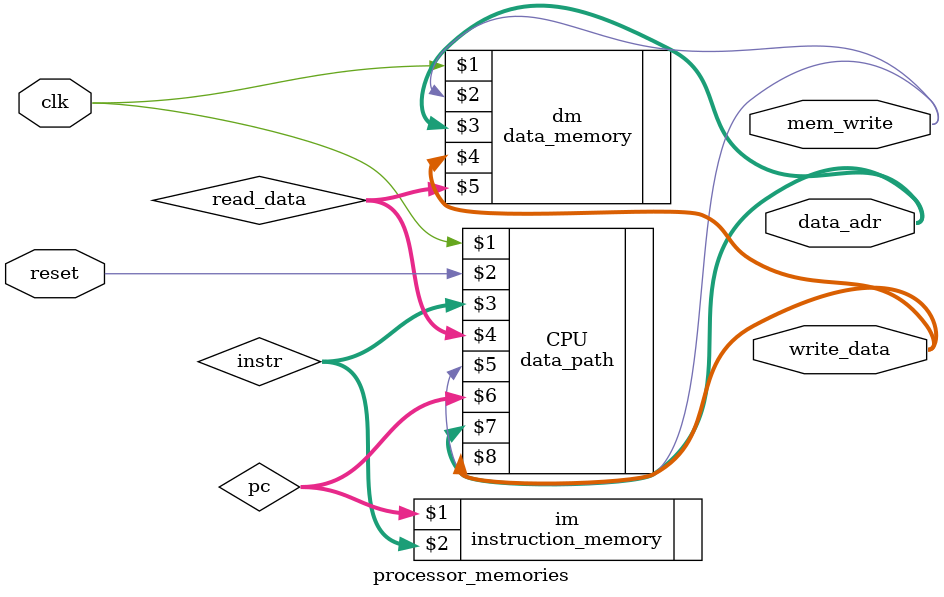
<source format=sv>
module processor_memories(input logic clk, reset,
			  output logic mem_write,
			  output logic [21:0] write_data, data_adr);
			  
  logic [21:0] pc, instr, read_data;
  
  data_path CPU(clk, reset, instr, read_data, mem_write, pc, data_adr, write_data);
  instruction_memory im(pc, instr);
  data_memory dm(clk, mem_write, data_adr, write_data, read_data);
  
endmodule 
</source>
